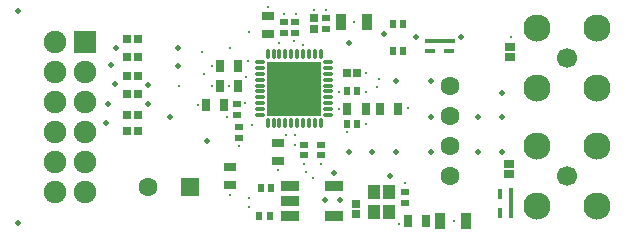
<source format=gts>
G04*
G04 #@! TF.GenerationSoftware,Altium Limited,Altium Designer,21.9.2 (33)*
G04*
G04 Layer_Color=8388736*
%FSAX44Y44*%
%MOMM*%
G71*
G04*
G04 #@! TF.SameCoordinates,37C0D4A5-8E60-4C82-868F-7AA08B848B10*
G04*
G04*
G04 #@! TF.FilePolarity,Negative*
G04*
G01*
G75*
%ADD15R,0.7000X1.0500*%
%ADD16R,1.0500X0.7000*%
%ADD17R,0.6500X0.6500*%
%ADD18R,0.6500X0.6500*%
%ADD19R,0.5000X0.6500*%
%ADD20R,0.9000X1.4500*%
%ADD21O,0.3500X1.0000*%
%ADD22O,1.0000X0.3500*%
%ADD23R,4.6000X4.6000*%
%ADD24R,1.0000X1.2000*%
%ADD25R,1.5000X0.8600*%
%ADD26R,0.6500X0.5000*%
%ADD27R,0.9000X0.6500*%
%ADD28R,0.4500X0.9000*%
%ADD29R,0.4500X2.5000*%
%ADD30R,0.9000X0.4500*%
%ADD31R,2.5000X0.4500*%
%ADD32C,1.6000*%
%ADD33C,1.7000*%
%ADD34C,2.3000*%
%ADD35R,1.9000X1.9000*%
%ADD36C,1.9000*%
%ADD37R,1.6000X1.6000*%
%ADD38C,0.5000*%
%ADD39C,0.3000*%
%ADD40C,0.2600*%
D15*
X00181250Y00043000D02*
D03*
X00196750D02*
D03*
X00169250Y00010000D02*
D03*
X00184750D02*
D03*
X00340250Y-00088000D02*
D03*
X00355750D02*
D03*
X00289000Y00007000D02*
D03*
X00304500D02*
D03*
X00316250D02*
D03*
X00331750D02*
D03*
X00181250Y00026000D02*
D03*
X00196750D02*
D03*
D16*
X00222000Y00085750D02*
D03*
Y00070250D02*
D03*
X00190000Y-00057750D02*
D03*
Y-00042250D02*
D03*
X00230000Y-00037750D02*
D03*
Y-00022250D02*
D03*
D17*
X00102500Y00002000D02*
D03*
X00111500D02*
D03*
Y-00012000D02*
D03*
X00102500D02*
D03*
Y00019000D02*
D03*
X00111500D02*
D03*
Y00035000D02*
D03*
X00102500D02*
D03*
Y00051000D02*
D03*
X00111500D02*
D03*
Y00066000D02*
D03*
X00102500D02*
D03*
X00297500Y00037000D02*
D03*
X00288500D02*
D03*
D18*
X00296000Y-00082500D02*
D03*
Y-00073500D02*
D03*
X00261000Y00083500D02*
D03*
Y00074500D02*
D03*
D19*
X00215500Y-00060000D02*
D03*
X00224500D02*
D03*
X00336500Y00056000D02*
D03*
X00327500D02*
D03*
X00214500Y-00084000D02*
D03*
X00223500D02*
D03*
X00336500Y00079000D02*
D03*
X00327500D02*
D03*
X00288500Y-00006000D02*
D03*
X00297500D02*
D03*
X00288500Y00022000D02*
D03*
X00297500D02*
D03*
D20*
X00367750Y-00088000D02*
D03*
X00389500D02*
D03*
X00305250Y00080000D02*
D03*
X00283500D02*
D03*
D21*
X00221500Y-00005000D02*
D03*
X00226500D02*
D03*
X00231500D02*
D03*
X00236500D02*
D03*
X00241500D02*
D03*
X00246500D02*
D03*
X00251500D02*
D03*
X00256500D02*
D03*
X00261500D02*
D03*
X00266500D02*
D03*
Y00053000D02*
D03*
X00261500D02*
D03*
X00256500D02*
D03*
X00251500D02*
D03*
X00246500D02*
D03*
X00241500D02*
D03*
X00236500D02*
D03*
X00231500D02*
D03*
X00226500D02*
D03*
X00221500D02*
D03*
D22*
X00273000Y00001500D02*
D03*
Y00006500D02*
D03*
Y00011500D02*
D03*
Y00016500D02*
D03*
Y00021500D02*
D03*
Y00026500D02*
D03*
Y00031500D02*
D03*
Y00036500D02*
D03*
Y00041500D02*
D03*
Y00046500D02*
D03*
X00215000D02*
D03*
Y00041500D02*
D03*
Y00036500D02*
D03*
Y00031500D02*
D03*
Y00026500D02*
D03*
Y00021500D02*
D03*
Y00016500D02*
D03*
Y00011500D02*
D03*
Y00006500D02*
D03*
Y00001500D02*
D03*
D23*
X00244000Y00024000D02*
D03*
D24*
X00311500Y-00063500D02*
D03*
Y-00080500D02*
D03*
X00324500Y-00063500D02*
D03*
Y-00080500D02*
D03*
D25*
X00277700Y-00058500D02*
D03*
Y-00083500D02*
D03*
X00240300D02*
D03*
Y-00071000D02*
D03*
Y-00058500D02*
D03*
D26*
X00338000Y-00072500D02*
D03*
Y-00063500D02*
D03*
X00245000Y00071000D02*
D03*
Y00080000D02*
D03*
X00252000Y-00023500D02*
D03*
Y-00032500D02*
D03*
X00271000Y00074500D02*
D03*
Y00083500D02*
D03*
X00195500Y00010500D02*
D03*
Y00001500D02*
D03*
X00235000Y00071000D02*
D03*
Y00080000D02*
D03*
X00197000Y-00008500D02*
D03*
Y-00017500D02*
D03*
X00267000Y-00023500D02*
D03*
Y-00032500D02*
D03*
D27*
X00427000Y00059000D02*
D03*
Y00050500D02*
D03*
X00426000Y-00039750D02*
D03*
Y-00048250D02*
D03*
D28*
X00418500Y-00065000D02*
D03*
Y-00081000D02*
D03*
D29*
X00427500Y-00073000D02*
D03*
D30*
X00359000Y00055500D02*
D03*
X00375000D02*
D03*
D31*
X00367000Y00064500D02*
D03*
D32*
X00376000Y00026100D02*
D03*
Y00000700D02*
D03*
Y-00024700D02*
D03*
Y-00050100D02*
D03*
X00120500Y-00059000D02*
D03*
D33*
X00475000Y00050000D02*
D03*
Y-00050000D02*
D03*
D34*
X00449600Y00024600D02*
D03*
X00500400D02*
D03*
Y00075400D02*
D03*
X00449600D02*
D03*
Y-00075400D02*
D03*
X00500400D02*
D03*
Y-00024600D02*
D03*
X00449600D02*
D03*
D35*
X00066670Y00063500D02*
D03*
D36*
Y00038100D02*
D03*
X00041270Y00063500D02*
D03*
Y00038100D02*
D03*
X00066670Y-00012700D02*
D03*
X00041270D02*
D03*
X00066670Y-00063500D02*
D03*
X00041270D02*
D03*
Y-00038100D02*
D03*
X00066670D02*
D03*
X00041270Y00012700D02*
D03*
X00066670D02*
D03*
D37*
X00155500Y-00059000D02*
D03*
D38*
X00420000Y00000000D02*
D03*
Y-00030000D02*
D03*
Y00020000D02*
D03*
X00360000Y00030000D02*
D03*
Y00000000D02*
D03*
Y-00030000D02*
D03*
X00400000D02*
D03*
Y00000000D02*
D03*
X00320000Y00070000D02*
D03*
X00290000Y00062500D02*
D03*
X00330000Y00030000D02*
D03*
Y-00030000D02*
D03*
X00310000D02*
D03*
X00290000D02*
D03*
X00170000Y-00020000D02*
D03*
X00010000Y00090000D02*
D03*
Y-00090000D02*
D03*
X00139000Y00000000D02*
D03*
X00145500Y00058500D02*
D03*
X00093250Y00058250D02*
D03*
X00088500Y00043750D02*
D03*
X00145500Y00043250D02*
D03*
X00120500Y00026750D02*
D03*
X00092500Y00027750D02*
D03*
X00086250Y00010750D02*
D03*
X00120500Y00011250D02*
D03*
X00085000Y-00005500D02*
D03*
X00347500Y00067500D02*
D03*
X00385000D02*
D03*
X00325000Y-00050000D02*
D03*
X00277500Y-00047500D02*
D03*
X00282500Y-00070000D02*
D03*
X00270000D02*
D03*
D39*
X00243750Y00064250D02*
D03*
X00427500Y00067500D02*
D03*
X00379250Y-00088250D02*
D03*
X00202598Y00011789D02*
D03*
X00189000Y00026250D02*
D03*
X00146500D02*
D03*
X00166000Y00054750D02*
D03*
X00167750Y00036500D02*
D03*
X00314170Y00025127D02*
D03*
X00305000Y00020750D02*
D03*
X00315750Y00032500D02*
D03*
X00189250Y00058500D02*
D03*
X00205500Y00071500D02*
D03*
X00190000Y-00065750D02*
D03*
X00244500Y-00015500D02*
D03*
X00237246Y-00015506D02*
D03*
X00208000Y-00007250D02*
D03*
X00202791Y00034067D02*
D03*
X00288500Y-00012500D02*
D03*
X00244500Y-00023500D02*
D03*
X00295000Y00080000D02*
D03*
X00205750Y-00076540D02*
D03*
X00206042Y-00068707D02*
D03*
X00260139Y-00051889D02*
D03*
X00254336Y-00046752D02*
D03*
X00205250Y00047000D02*
D03*
X00230750Y00062500D02*
D03*
X00282000Y00021250D02*
D03*
X00332500Y-00090500D02*
D03*
X00338125Y-00056375D02*
D03*
X00304625Y-00006125D02*
D03*
X00229875Y-00044875D02*
D03*
X00266875Y-00039625D02*
D03*
X00251875D02*
D03*
X00196875Y-00024625D02*
D03*
X00187500Y-00000500D02*
D03*
X00162125Y00010125D02*
D03*
X00174125Y00026125D02*
D03*
Y00043125D02*
D03*
X00222125Y00092875D02*
D03*
X00235125Y00087125D02*
D03*
X00245125D02*
D03*
X00271125Y00090625D02*
D03*
X00261125D02*
D03*
X00304750Y00036750D02*
D03*
X00282000Y00006500D02*
D03*
X00340250Y00007250D02*
D03*
X00227500Y00007500D02*
D03*
Y00018500D02*
D03*
Y00029500D02*
D03*
Y00040500D02*
D03*
X00238500Y00007500D02*
D03*
Y00018500D02*
D03*
Y00029500D02*
D03*
Y00040500D02*
D03*
X00249500Y00007500D02*
D03*
Y00018500D02*
D03*
Y00029500D02*
D03*
Y00040500D02*
D03*
X00260500Y00007500D02*
D03*
Y00018500D02*
D03*
Y00029500D02*
D03*
Y00040500D02*
D03*
D40*
X00251080Y00060920D02*
D03*
M02*

</source>
